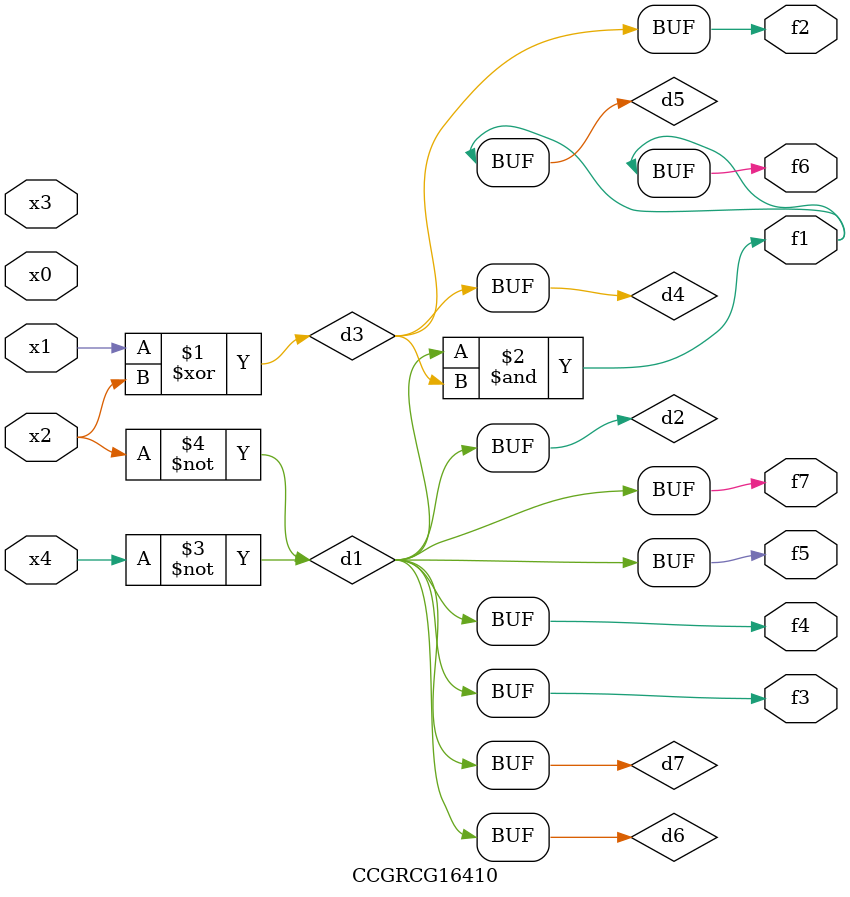
<source format=v>
module CCGRCG16410(
	input x0, x1, x2, x3, x4,
	output f1, f2, f3, f4, f5, f6, f7
);

	wire d1, d2, d3, d4, d5, d6, d7;

	not (d1, x4);
	not (d2, x2);
	xor (d3, x1, x2);
	buf (d4, d3);
	and (d5, d1, d3);
	buf (d6, d1, d2);
	buf (d7, d2);
	assign f1 = d5;
	assign f2 = d4;
	assign f3 = d7;
	assign f4 = d7;
	assign f5 = d7;
	assign f6 = d5;
	assign f7 = d7;
endmodule

</source>
